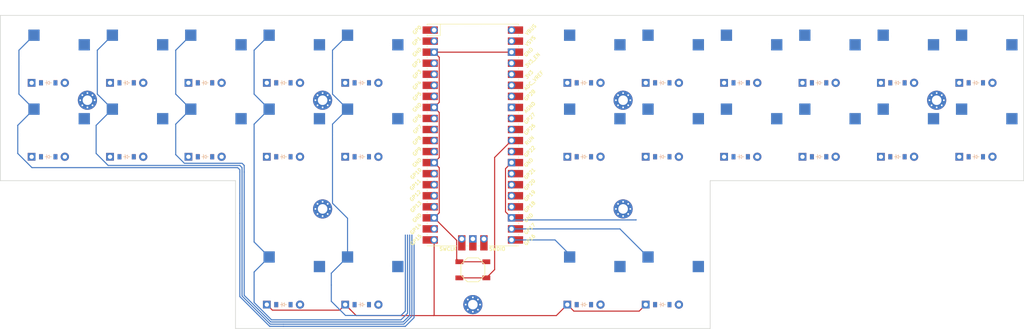
<source format=kicad_pcb>
(kicad_pcb (version 20241229) (generator "pcbnew") (generator_version "9.0")
  (title_block (title "pcb") (rev "v1.0.0") (company "Unknown"))
  (layers (0 "F.Cu" signal) (2 "B.Cu" signal) (13 "F.Paste" user) (15 "B.Paste" user) (5 "F.SilkS" user) (7 "B.SilkS" user) (1 "F.Mask" user) (3 "B.Mask" user) (25 "Edge.Cuts" user))
  (net 0 "")
  (net 1 "GP10")
  (net 2 "pinky_bottom")
  (net 3 "pinky_top")
  (net 4 "GP11")
  (net 5 "ring_bottom")
  (net 6 "ring_top")
  (net 7 "GP12")
  (net 8 "middle_bottom")
  (net 9 "middle_top")
  (net 10 "GP13")
  (net 11 "index_bottom")
  (net 12 "index_top")
  (net 13 "GP14")
  (net 14 "inner_bottom")
  (net 15 "inner_top")
  (net 16 "GP16")
  (net 17 "GP17")
  (net 18 "GP18")
  (net 19 "GP19")
  (net 20 "GP20")
  (net 21 "GP21")
  (net 22 "outer_bottom")
  (net 23 "outer_top")
  (net 24 "GP9")
  (net 25 "GP5")
  (net 26 "GP22")
  (net 27 "GP28")
  (net 28 "GP15")
  (net 29 "GP0")
  (net 30 "GP1")
  (net 31 "GP2")
  (net 32 "GP3")
  (net 33 "GP4")
  (net 34 "GP6")
  (net 35 "GP7")
  (net 36 "GP8")
  (net 37 "GP26")
  (net 38 "GP27")
  (net 39 "RUN")
  (net 40 "ADC_VREF")
  (net 41 "3V3")
  (net 42 "3V3_EN")
  (net 43 "VSYS")
  (net 44 "VBUS")
  (net 45 "GND")
  (net 46 "AGND")
  (footprint "E73:SW_TACT_ALPS_SKQGABE010" (layer "F.Cu") (at 197.5 131)
    (property "Reference" "B1" (hide yes))
    (property "Value" "" (hide yes))
  )
  (footprint "PG1350" (layer "F.Cu") (at 313 100)
    (property "Reference" "S21" (hide yes))
    (property "Value" "" (hide yes))
  )
  (footprint "MountingHole_2.2mm_M2_Pad_Via" (layer "F.Cu") (at 109 92)
    (property "Reference" "_2" (hide yes))
    (property "Value" "")
  )
  (footprint "PG1350" (layer "F.Cu") (at 277 100)
    (property "Reference" "S17" (hide yes))
    (property "Value" "" (hide yes))
  )
  (footprint "ComboDiode" (layer "F.Cu") (at 136 105)
    (property "Reference" "D5" (hide yes))
    (property "Value" "" (hide yes))
  )
  (footprint "PG1350" (layer "F.Cu") (at 223 83)
    (property "Reference" "S12" (hide yes))
    (property "Value" "" (hide yes))
  )
  (footprint "PG1350" (layer "F.Cu") (at 154 83)
    (property "Reference" "S8" (hide yes))
    (property "Value" "" (hide yes))
  )
  (footprint "MountingHole_2.2mm_M2_Pad_Via" (layer "F.Cu") (at 197.5 139)
    (property "Reference" "_8" (hide yes))
    (property "Value" "")
  )
  (footprint "ComboDiode" (layer "F.Cu") (at 277 105)
    (property "Reference" "D17" (hide yes))
    (property "Value" "" (hide yes))
  )
  (footprint "PG1350" (layer "F.Cu") (at 172 134)
    (property "Reference" "S24" (hide yes))
    (property "Value" "" (hide yes))
  )
  (footprint "PG1350" (layer "F.Cu") (at 241 134)
    (property "Reference" "S26" (hide yes))
    (property "Value" "" (hide yes))
  )
  (footprint "ComboDiode" (layer "F.Cu") (at 223 88)
    (property "Reference" "D12" (hide yes))
    (property "Value" "" (hide yes))
  )
  (footprint "PG1350" (layer "F.Cu") (at 172 83)
    (property "Reference" "S10" (hide yes))
    (property "Value" "" (hide yes))
  )
  (footprint "PG1350" (layer "F.Cu") (at 223 134)
    (property "Reference" "S25" (hide yes))
    (property "Value" "" (hide yes))
  )
  (footprint "ComboDiode" (layer "F.Cu") (at 295 88)
    (property "Reference" "D20" (hide yes))
    (property "Value" "" (hide yes))
  )
  (footprint "MountingHole_2.2mm_M2_Pad_Via" (layer "F.Cu") (at 163 117)
    (property "Reference" "_6" (hide yes))
    (property "Value" "")
  )
  (footprint "PG1350" (layer "F.Cu") (at 136 83)
    (property "Reference" "S6" (hide yes))
    (property "Value" "" (hide yes))
  )
  (footprint "PG1350" (layer "F.Cu") (at 118 83)
    (property "Reference" "S4" (hide yes))
    (property "Value" "" (hide yes))
  )
  (footprint "PG1350" (layer "F.Cu") (at 277 83)
    (property "Reference" "S18" (hide yes))
    (property "Value" "" (hide yes))
  )
  (footprint "ComboDiode" (layer "F.Cu") (at 295 105)
    (property "Reference" "D19" (hide yes))
    (property "Value" "" (hide yes))
  )
  (footprint "PG1350" (layer "F.Cu") (at 241 83)
    (property "Reference" "S14" (hide yes))
    (property "Value" "" (hide yes))
  )
  (footprint "ComboDiode" (layer "F.Cu") (at 277 88)
    (property "Reference" "D18" (hide yes))
    (property "Value" "" (hide yes))
  )
  (footprint "ComboDiode" (layer "F.Cu") (at 172 139)
    (property "Reference" "D24" (hide yes))
    (property "Value" "" (hide yes))
  )
  (footprint "ComboDiode" (layer "F.Cu") (at 100 88)
    (property "Reference" "D2" (hide yes))
    (property "Value" "" (hide yes))
  )
  (footprint "ComboDiode" (layer "F.Cu") (at 223 105)
    (property "Reference" "D11" (hide yes))
    (property "Value" "" (hide yes))
  )
  (footprint "ComboDiode" (layer "F.Cu") (at 118 88)
    (property "Reference" "D4" (hide yes))
    (property "Value" "" (hide yes))
  )
  (footprint "ComboDiode" (layer "F.Cu") (at 118 105)
    (property "Reference" "D3" (hide yes))
    (property "Value" "" (hide yes))
  )
  (footprint "ComboDiode" (layer "F.Cu") (at 259 88)
    (property "Reference" "D16" (hide yes))
    (property "Value" "" (hide yes))
  )
  (footprint "PG1350" (layer "F.Cu") (at 313 83)
    (property "Reference" "S22" (hide yes))
    (property "Value" "" (hide yes))
  )
  (footprint "PG1350" (layer "F.Cu") (at 259 100)
    (property "Reference" "S15" (hide yes))
    (property "Value" "" (hide yes))
  )
  (footprint "ComboDiode" (layer "F.Cu") (at 241 88)
    (property "Reference" "D14" (hide yes))
    (property "Value" "" (hide yes))
  )
  (footprint "ComboDiode" (layer "F.Cu") (at 241 105)
    (property "Reference" "D13" (hide yes))
    (property "Value" "" (hide yes))
  )
  (footprint "PG1350" (layer "F.Cu") (at 154 134)
    (property "Reference" "S23" (hide yes))
    (property "Value" "" (hide yes))
  )
  (footprint "PG1350" (layer "F.Cu") (at 172 100)
    (property "Reference" "S9" (hide yes))
    (property "Value" "" (hide yes))
  )
  (footprint "PG1350" (layer "F.Cu") (at 136 100)
    (property "Reference" "S5" (hide yes))
    (property "Value" "" (hide yes))
  )
  (footprint "PG1350" (layer "F.Cu") (at 295 100)
    (property "Reference" "S19" (hide yes))
    (property "Value" "" (hide yes))
  )
  (footprint "PG1350" (layer "F.Cu") (at 100 100)
    (property "Reference" "S1" (hide yes))
    (property "Value" "" (hide yes))
  )
  (footprint "PG1350" (layer "F.Cu") (at 241 100)
    (property "Reference" "S13" (hide yes))
    (property "Value" "" (hide yes))
  )
  (footprint "ComboDiode" (layer "F.Cu") (at 154 105)
    (property "Reference" "D7" (hide yes))
    (property "Value" "" (hide yes))
  )
  (footprint "ComboDiode" (layer "F.Cu") (at 223 139)
    (property "Reference" "D25" (hide yes))
    (property "Value" "" (hide yes))
  )
  (footprint "ComboDiode" (layer "F.Cu") (at 259 105)
    (property "Reference" "D15" (hide yes))
    (property "Value" "" (hide yes))
  )
  (footprint "PG1350" (layer "F.Cu") (at 223 100)
    (property "Reference" "S11" (hide yes))
    (property "Value" "" (hide yes))
  )
  (footprint "PG1350" (layer "F.Cu") (at 118 100)
    (property "Reference" "S3" (hide yes))
    (property "Value" "" (hide yes))
  )
  (footprint "PG1350" (layer "F.Cu") (at 154 100)
    (property "Reference" "S7" (hide yes))
    (property "Value" "" (hide yes))
  )
  (footprint "PG1350" (layer "F.Cu") (at 295 83)
    (property "Reference" "S20" (hide yes))
    (property "Value" "" (hide yes))
  )
  (footprint "PG1350" (layer "F.Cu") (at 259 83)
    (property "Reference" "S16" (hide yes))
    (property "Value" "" (hide yes))
  )
  (footprint "ComboDiode" (layer "F.Cu") (at 154 88)
    (property "Reference" "D8" (hide yes))
    (property "Value" "" (hide yes))
  )
  (footprint "MountingHole_2.2mm_M2_Pad_Via" (layer "F.Cu") (at 163 92)
    (property "Reference" "_3" (hide yes))
    (property "Value" "")
  )
  (footprint "MountingHole_2.2mm_M2_Pad_Via" (layer "F.Cu") (at 232 117)
    (property "Reference" "_7" (hide yes))
    (property "Value" "")
  )
  (footprint "ComboDiode" (layer "F.Cu") (at 100 105)
    (property "Reference" "D1" (hide yes))
    (property "Value" "" (hide yes))
  )
  (footprint "ComboDiode" (layer "F.Cu") (at 313 88)
    (property "Reference" "D22" (hide yes))
    (property "Value" "" (hide yes))
  )
  (footprint "MountingHole_2.2mm_M2_Pad_Via" (layer "F.Cu") (at 304 92)
    (property "Reference" "_5" (hide yes))
    (property "Value" "")
  )
  (footprint "ComboDiode" (layer "F.Cu") (at 172 105)
    (property "Reference" "D9" (hide yes))
    (property "Value" "" (hide yes))
  )
  (footprint "PG1350" (layer "F.Cu") (at 100 83)
    (property "Reference" "S2" (hide yes))
    (property "Value" "" (hide yes))
  )
  (footprint "ComboDiode" (layer "F.Cu") (at 241 139)
    (property "Reference" "D26" (hide yes))
    (property "Value" "" (hide yes))
  )
  (footprint "ComboDiode" (layer "F.Cu") (at 136 88)
    (property "Reference" "D6" (hide yes))
    (property "Value" "" (hide yes))
  )
  (footprint "ComboDiode" (layer "F.Cu") (at 154 139)
    (property "Reference" "D23" (hide yes))
    (property "Value" "" (hide yes))
  )
  (footprint "ComboDiode" (layer "F.Cu") (at 172 88)
    (property "Reference" "D10" (hide yes))
    (property "Value" "" (hide yes))
  )
  (footprint "ComboDiode" (layer "F.Cu") (at 313 105)
    (property "Reference" "D21" (hide yes))
    (property "Value" "" (hide yes))
  )
  (footprint "RPi_Pico_SMD_TH" (layer "F.Cu") (at 197.5 100)
    (property "Reference" "_1" (hide yes))
    (property "Value" "RPi_Pico_SMD_TH")
  )
  (footprint "MountingHole_2.2mm_M2_Pad_Via" (layer "F.Cu") (at 232 92)
    (property "Reference" "_4" (hide yes))
    (property "Value" "")
  )
  (gr_line (start 143 144.5) (end 143 110.5) (stroke (width 0.15)) (layer "Edge.Cuts"))
  (gr_line (start 252 144.5) (end 143 144.5) (stroke (width 0.15)) (layer "Edge.Cuts"))
  (gr_line (start 324 72.5) (end 324 110.5) (stroke (width 0.15)) (layer "Edge.Cuts"))
  (gr_line (start 324 110.5) (end 252 110.5) (stroke (width 0.15)) (layer "Edge.Cuts"))
  (gr_line (start 89 72.5) (end 324 72.5) (stroke (width 0.15)) (layer "Edge.Cuts"))
  (gr_line (start 143 110.5) (end 89 110.5) (stroke (width 0.15)) (layer "Edge.Cuts"))
  (gr_line (start 252 110.5) (end 252 144.5) (stroke (width 0.15)) (layer "Edge.Cuts"))
  (gr_line (start 89 110.5) (end 89 72.5) (stroke (width 0.15)) (layer "Edge.Cuts"))
  (segment (start 96.725 94.05) (end 93 97.775) (width 0.25) (layer "B.Cu") (net 1))
  (segment (start 143.5 107.5) (end 144 108) (width 0.25) (layer "B.Cu") (net 1))
  (segment (start 154 144) (end 182 144) (width 0.25) (layer "B.Cu") (net 1))
  (segment (start 93 97.775) (end 93 104.24) (width 0.25) (layer "B.Cu") (net 1))
  (segment (start 184 142) (end 184 125) (width 0.25) (layer "B.Cu") (net 1))
  (segment (start 96.26 107.5) (end 143.5 107.5) (width 0.25) (layer "B.Cu") (net 1))
  (segment (start 93 104.24) (end 96.26 107.5) (width 0.25) (layer "B.Cu") (net 1))
  (segment (start 150.84657 144) (end 154 144) (width 0.25) (layer "B.Cu") (net 1))
  (segment (start 144 108) (end 144 108.5) (width 0.25) (layer "B.Cu") (net 1))
  (segment (start 144 137.15343) (end 147.923285 141.076715) (width 0.25) (layer "B.Cu") (net 1))
  (segment (start 147.923285 141.076715) (end 150.84657 144) (width 0.25) (layer "B.Cu") (net 1))
  (segment (start 144 118) (end 144 137.15343) (width 0.25) (layer "B.Cu") (net 1))
  (segment (start 93.2731 90.5981) (end 93.2731 80.5019) (width 0.25) (layer "B.Cu") (net 1))
  (segment (start 96.725 94.05) (end 93.2731 90.5981) (width 0.25) (layer "B.Cu") (net 1))
  (segment (start 144 108.5) (end 144 118) (width 0.25) (layer "B.Cu") (net 1))
  (segment (start 93.2731 80.5019) (end 96.725 77.05) (width 0.25) (layer "B.Cu") (net 1))
  (segment (start 182 144) (end 184 142) (width 0.25) (layer "B.Cu") (net 1))
  (segment (start 183.5 141.63781) (end 183.5 123) (width 0.25) (layer "B.Cu") (net 4))
  (segment (start 111.2731 90.5981) (end 111.2731 80.5019) (width 0.25) (layer "B.Cu") (net 4))
  (segment (start 144.5 107.5) (end 144.5 108.5) (width 0.25) (layer "B.Cu") (net 4))
  (segment (start 111 97.775) (end 111 104.24) (width 0.25) (layer "B.Cu") (net 4))
  (segment (start 150.98438 143.5) (end 154 143.5) (width 0.25) (layer "B.Cu") (net 4))
  (segment (start 144.5 108.5) (end 144.5 137.01562) (width 0.25) (layer "B.Cu") (net 4))
  (segment (start 111.2731 80.5019) (end 114.725 77.05) (width 0.25) (layer "B.Cu") (net 4))
  (segment (start 149.99219 142.50781) (end 150.98438 143.5) (width 0.25) (layer "B.Cu") (net 4))
  (segment (start 111 104.24) (end 113.76 107) (width 0.25) (layer "B.Cu") (net 4))
  (segment (start 114.725 94.05) (end 111 97.775) (width 0.25) (layer "B.Cu") (net 4))
  (segment (start 144.5 137.01562) (end 149.99219 142.50781) (width 0.25) (layer "B.Cu") (net 4))
  (segment (start 113.76 107) (end 144 107) (width 0.25) (layer "B.Cu") (net 4))
  (segment (start 181.63781 143.5) (end 183.5 141.63781) (width 0.25) (layer "B.Cu") (net 4))
  (segment (start 114.725 94.05) (end 111.2731 90.5981) (width 0.25) (layer "B.Cu") (net 4))
  (segment (start 144 107) (end 144.5 107.5) (width 0.25) (layer "B.Cu") (net 4))
  (segment (start 154 143.5) (end 181.63781 143.5) (width 0.25) (layer "B.Cu") (net 4))
  (segment (start 154 143) (end 181.5 143) (width 0.25) (layer "B.Cu") (net 7))
  (segment (start 151.12219 143) (end 154 143) (width 0.25) (layer "B.Cu") (net 7))
  (segment (start 129.2731 104.5131) (end 131.26 106.5) (width 0.25) (layer "B.Cu") (net 7))
  (segment (start 183 141.5) (end 183 123) (width 0.25) (layer "B.Cu") (net 7))
  (segment (start 132.725 94.05) (end 129.2731 90.5981) (width 0.25) (layer "B.Cu") (net 7))
  (segment (start 145 108.5) (end 145 136.87781) (width 0.25) (layer "B.Cu") (net 7))
  (segment (start 129.2731 97.5019) (end 129.2731 104.5131) (width 0.25) (layer "B.Cu") (net 7))
  (segment (start 131.26 106.5) (end 144.5 106.5) (width 0.25) (layer "B.Cu") (net 7))
  (segment (start 129.2731 90.5981) (end 129.2731 80.5019) (width 0.25) (layer "B.Cu") (net 7))
  (segment (start 145 136.87781) (end 151.12219 143) (width 0.25) (layer "B.Cu") (net 7))
  (segment (start 132.725 94.05) (end 129.2731 97.5019) (width 0.25) (layer "B.Cu") (net 7))
  (segment (start 181.5 143) (end 183 141.5) (width 0.25) (layer "B.Cu") (net 7))
  (segment (start 129.2731 80.5019) (end 132.725 77.05) (width 0.25) (layer "B.Cu") (net 7))
  (segment (start 145 107) (end 145 108.5) (width 0.25) (layer "B.Cu") (net 7))
  (segment (start 144.5 106.5) (end 145 107) (width 0.25) (layer "B.Cu") (net 7))
  (segment (start 147.2731 138.5131) (end 151.26 142.5) (width 0.25) (layer "B.Cu") (net 10))
  (segment (start 182.5 141) (end 182.5 123) (width 0.25) (layer "B.Cu") (net 10))
  (segment (start 147.2731 124.5981) (end 147.2731 97.5019) (width 0.25) (layer "B.Cu") (net 10))
  (segment (start 150.725 128.05) (end 147.2731 124.5981) (width 0.25) (layer "B.Cu") (net 10))
  (segment (start 147.2731 90.5981) (end 147.2731 80.5019) (width 0.25) (layer "B.Cu") (net 10))
  (segment (start 150.725 94.05) (end 147.2731 90.5981) (width 0.25) (layer "B.Cu") (net 10))
  (segment (start 147.2731 80.5019) (end 150.725 77.05) (width 0.25) (layer "B.Cu") (net 10))
  (segment (start 147.2731 131.5019) (end 147.2731 138.5131) (width 0.25) (layer "B.Cu") (net 10))
  (segment (start 147.2731 97.5019) (end 150.725 94.05) (width 0.25) (layer "B.Cu") (net 10))
  (segment (start 181 142.5) (end 182.5 141) (width 0.25) (layer "B.Cu") (net 10))
  (segment (start 151.26 142.5) (end 181 142.5) (width 0.25) (layer "B.Cu") (net 10))
  (segment (start 150.725 128.05) (end 147.2731 131.5019) (width 0.25) (layer "B.Cu") (net 10))
  (segment (start 165 131.775) (end 165 134.5) (width 0.25) (layer "B.Cu") (net 13))
  (segment (start 168.725 128.05) (end 168.725 119.152696) (width 0.25) (layer "B.Cu") (net 13))
  (segment (start 181 141.5) (end 182 140.5) (width 0.25) (layer "B.Cu") (net 13))
  (segment (start 165.2731 115.700796) (end 165.2731 97.5019) (width 0.25) (layer "B.Cu") (net 13))
  (segment (start 168.725 94.05) (end 165.2731 90.5981) (width 0.25) (layer "B.Cu") (net 13))
  (segment (start 168.26 141.5) (end 181 141.5) (width 0.25) (layer "B.Cu") (net 13))
  (segment (start 165 138.24) (end 168.26 141.5) (width 0.25) (layer "B.Cu") (net 13))
  (segment (start 165.2731 90.5981) (end 165.2731 80.5019) (width 0.25) (layer "B.Cu") (net 13))
  (segment (start 182 140.5) (end 182 123) (width 0.25) (layer "B.Cu") (net 13))
  (segment (start 168.725 128.05) (end 165 131.775) (width 0.25) (layer "B.Cu") (net 13))
  (segment (start 165 134.5) (end 165 138.24) (width 0.25) (layer "B.Cu") (net 13))
  (segment (start 165.2731 97.5019) (end 168.725 94.05) (width 0.25) (layer "B.Cu") (net 13))
  (segment (start 168.725 119.152696) (end 165.2731 115.700796) (width 0.25) (layer "B.Cu") (net 13))
  (segment (start 165.2731 80.5019) (end 168.725 77.05) (width 0.25) (layer "B.Cu") (net 13))
  (segment (start 219.725 127.485) (end 219.725 128.05) (width 0.25) (layer "B.Cu") (net 16))
  (segment (start 216.37 124.13) (end 219.725 127.485) (width 0.25) (layer "B.Cu") (net 16))
  (segment (start 206.39 124.13) (end 216.37 124.13) (width 0.25) (layer "B.Cu") (net 16))
  (segment (start 231.265 121.59) (end 237.725 128.05) (width 0.25) (layer "B.Cu") (net 17))
  (segment (start 206.39 121.59) (end 231.265 121.59) (width 0.25) (layer "B.Cu") (net 17))
  (segment (start 235.69 140.5) (end 220.69 140.5) (width 0.25) (layer "F.Cu") (net 28))
  (segment (start 170.716 141.526) (end 188.5 141.526) (width 0.25) (layer "F.Cu") (net 28))
  (segment (start 168.19 139) (end 170.716 141.526) (width 0.25) (layer "F.Cu") (net 28))
  (segment (start 166.9115 140.2785) (end 151.4685 140.2785) (width 0.25) (layer "F.Cu") (net 28))
  (segment (start 188.61 141.416) (end 188.5 141.526) (width 0.25) (layer "F.Cu") (net 28))
  (segment (start 216.664 141.526) (end 219.19 139) (width 0.25) (layer "F.Cu") (net 28))
  (segment (start 220.69 140.5) (end 219.19 139) (width 0.25) (layer "F.Cu") (net 28))
  (segment (start 237.19 139) (end 235.69 140.5) (width 0.25) (layer "F.Cu") (net 28))
  (segment (start 151.4685 140.2785) (end 150.19 139) (width 0.25) (layer "F.Cu") (net 28))
  (segment (start 188.61 124.13) (end 188.61 141.416) (width 0.25) (layer "F.Cu") (net 28))
  (segment (start 168.19 139) (end 166.9115 140.2785) (width 0.25) (layer "F.Cu") (net 28))
  (segment (start 188.5 141.526) (end 216.664 141.526) (width 0.25) (layer "F.Cu") (net 28))
  (segment (start 169.4685 140.2785) (end 168.19 139) (width 0.25) (layer "F.Cu") (net 28))
  (segment (start 202.5 105.16) (end 206.39 101.27) (width 0.25) (layer "F.Cu") (net 39))
  (segment (start 202.5 130.95) (end 202.5 105.16) (width 0.25) (layer "F.Cu") (net 39))
  (segment (start 200.6 132.85) (end 202.5 130.95) (width 0.25) (layer "F.Cu") (net 39))
  (segment (start 194.4 132.85) (end 200.6 132.85) (width 0.25) (layer "F.Cu") (net 39))
  (segment (start 188.61 119.05) (end 189.786 117.874) (width 0.25) (layer "F.Cu") (net 45))
  (segment (start 205 117.66) (end 206.39 119.05) (width 0.25) (layer "F.Cu") (net 45))
  (segment (start 189.786 117.874) (end 189.786 107.526) (width 0.25) (layer "F.Cu") (net 45))
  (segment (start 188.61 80.95) (end 206.39 80.95) (width 0.25) (layer "F.Cu") (net 45))
  (segment (start 189.786 94.826) (end 188.61 93.65) (width 0.25) (layer "F.Cu") (net 45))
  (segment (start 189.786 105.174) (end 189.786 94.826) (width 0.25) (layer "F.Cu") (net 45))
  (segment (start 189.786 92.474) (end 189.786 82.126) (width 0.25) (layer "F.Cu") (net 45))
  (segment (start 189.786 107.526) (end 188.61 106.35) (width 0.25) (layer "F.Cu") (net 45))
  (segment (start 194.4 129.15) (end 200.6 129.15) (width 0.25) (layer "F.Cu") (net 45))
  (segment (start 193.784 128.534) (end 193.784 124.224) (width 0.25) (layer "F.Cu") (net 45))
  (segment (start 189.786 82.126) (end 188.61 80.95) (width 0.25) (layer "F.Cu") (net 45))
  (segment (start 206.39 106.35) (end 205 107.74) (width 0.25) (layer "F.Cu") (net 45))
  (segment (start 193.784 124.224) (end 188.61 119.05) (width 0.25) (layer "F.Cu") (net 45))
  (segment (start 194.4 129.15) (end 193.784 128.534) (width 0.25) (layer "F.Cu") (net 45))
  (segment (start 188.61 93.65) (end 189.786 92.474) (width 0.25) (layer "F.Cu") (net 45))
  (segment (start 205 107.74) (end 205 117.66) (width 0.25) (layer "F.Cu") (net 45))
  (segment (start 188.61 106.35) (end 189.786 105.174) (width 0.25) (layer "F.Cu") (net 45))
  (segment (start 206.866 119.526) (end 234.974 119.526) (width 0.25) (layer "B.Cu") (net 45))
  (segment (start 234.974 119.526) (end 235 119.5) (width 0.25) (layer "B.Cu") (net 45))
  (segment (start 206.39 119.05) (end 206.866 119.526) (width 0.25) (layer "B.Cu") (net 45))
)
</source>
